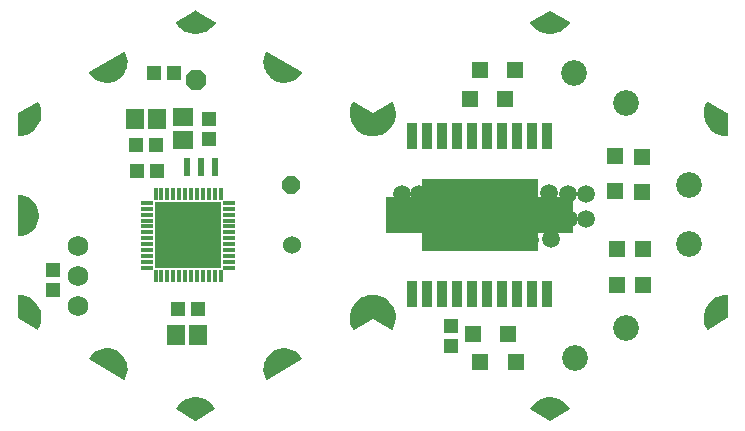
<source format=gbr>
G04 EAGLE Gerber RS-274X export*
G75*
%MOMM*%
%FSLAX34Y34*%
%LPD*%
%INSoldermask Bottom*%
%IPPOS*%
%AMOC8*
5,1,8,0,0,1.08239X$1,22.5*%
G01*
%ADD10R,0.603200X1.603197*%
%ADD11C,1.203200*%
%ADD12R,0.457200X1.016000*%
%ADD13R,1.016000X0.457200*%
%ADD14R,5.588000X5.588000*%
%ADD15P,1.869504X8X22.500000*%
%ADD16R,1.303200X1.203200*%
%ADD17R,1.703200X1.503200*%
%ADD18R,1.503200X1.703200*%
%ADD19C,1.727200*%
%ADD20R,0.903200X2.203200*%
%ADD21R,9.803200X6.203200*%
%ADD22R,3.253200X3.103200*%
%ADD23R,1.323200X1.443200*%
%ADD24R,1.203200X1.303200*%
%ADD25R,1.443200X1.323200*%
%ADD26C,2.184400*%
%ADD27P,1.649562X8X113.700000*%
%ADD28C,1.524000*%
%ADD29C,1.503200*%

G36*
X298458Y270303D02*
X298458Y270303D01*
X298471Y270302D01*
X301521Y270545D01*
X301554Y270554D01*
X301600Y270558D01*
X304572Y271286D01*
X304603Y271301D01*
X304648Y271312D01*
X304712Y271339D01*
X305888Y271838D01*
X307064Y272337D01*
X307465Y272508D01*
X307493Y272527D01*
X307536Y272545D01*
X310124Y274177D01*
X310149Y274201D01*
X310188Y274225D01*
X312481Y276252D01*
X312502Y276279D01*
X312537Y276310D01*
X314475Y278678D01*
X314491Y278708D01*
X314521Y278744D01*
X316054Y281392D01*
X316065Y281424D01*
X316088Y281464D01*
X316141Y281604D01*
X316142Y281604D01*
X316902Y283601D01*
X317092Y284100D01*
X317177Y284324D01*
X317182Y284357D01*
X317199Y284401D01*
X317815Y287398D01*
X317815Y287432D01*
X317825Y287478D01*
X317951Y290535D01*
X317946Y290569D01*
X317948Y290616D01*
X317583Y293654D01*
X317573Y293686D01*
X317567Y293732D01*
X316719Y296672D01*
X316704Y296702D01*
X316691Y296748D01*
X315383Y299514D01*
X315365Y299536D01*
X315355Y299563D01*
X315306Y299615D01*
X315263Y299673D01*
X315239Y299687D01*
X315219Y299708D01*
X315153Y299737D01*
X315092Y299773D01*
X315063Y299776D01*
X315037Y299788D01*
X314965Y299789D01*
X314894Y299798D01*
X314867Y299790D01*
X314838Y299791D01*
X314744Y299755D01*
X314703Y299744D01*
X314695Y299737D01*
X314682Y299733D01*
X298431Y290376D01*
X282180Y299733D01*
X282153Y299742D01*
X282130Y299758D01*
X282059Y299773D01*
X281992Y299796D01*
X281963Y299793D01*
X281935Y299799D01*
X281865Y299786D01*
X281794Y299780D01*
X281768Y299767D01*
X281740Y299761D01*
X281681Y299721D01*
X281617Y299688D01*
X281599Y299666D01*
X281575Y299650D01*
X281517Y299567D01*
X281491Y299535D01*
X281488Y299524D01*
X281480Y299514D01*
X280172Y296748D01*
X280163Y296715D01*
X280143Y296672D01*
X279295Y293732D01*
X279293Y293698D01*
X279279Y293654D01*
X278914Y290616D01*
X278917Y290582D01*
X278911Y290535D01*
X279038Y287478D01*
X279046Y287445D01*
X279048Y287398D01*
X279663Y284401D01*
X279677Y284370D01*
X279686Y284324D01*
X280774Y281464D01*
X280792Y281436D01*
X280809Y281392D01*
X282342Y278744D01*
X282364Y278718D01*
X282388Y278678D01*
X284326Y276310D01*
X284352Y276288D01*
X284381Y276252D01*
X286674Y274225D01*
X286703Y274209D01*
X286738Y274177D01*
X289326Y272545D01*
X289358Y272533D01*
X289398Y272508D01*
X292214Y271312D01*
X292247Y271305D01*
X292290Y271286D01*
X295262Y270558D01*
X295296Y270556D01*
X295341Y270545D01*
X298392Y270302D01*
X298420Y270306D01*
X298448Y270301D01*
X298458Y270303D01*
G37*
G36*
X314998Y106615D02*
X314998Y106615D01*
X315069Y106620D01*
X315094Y106633D01*
X315123Y106639D01*
X315182Y106679D01*
X315245Y106712D01*
X315264Y106734D01*
X315287Y106750D01*
X315345Y106833D01*
X315372Y106865D01*
X315375Y106876D01*
X315383Y106887D01*
X316691Y109653D01*
X316699Y109686D01*
X316719Y109728D01*
X317567Y112668D01*
X317570Y112702D01*
X317583Y112746D01*
X317948Y115784D01*
X317946Y115818D01*
X317951Y115865D01*
X317825Y118922D01*
X317816Y118955D01*
X317815Y119002D01*
X317199Y121999D01*
X317186Y122030D01*
X317177Y122076D01*
X316088Y124936D01*
X316070Y124965D01*
X316054Y125008D01*
X314521Y127656D01*
X314498Y127682D01*
X314475Y127723D01*
X312537Y130090D01*
X312511Y130112D01*
X312481Y130148D01*
X310188Y132175D01*
X310159Y132192D01*
X310124Y132223D01*
X307536Y133855D01*
X307504Y133867D01*
X307465Y133892D01*
X304648Y135088D01*
X304615Y135095D01*
X304572Y135114D01*
X301600Y135842D01*
X301566Y135844D01*
X301521Y135855D01*
X298471Y136098D01*
X298443Y136094D01*
X298415Y136099D01*
X298405Y136097D01*
X298392Y136098D01*
X295341Y135855D01*
X295309Y135846D01*
X295262Y135842D01*
X292290Y135114D01*
X292260Y135099D01*
X292214Y135088D01*
X292050Y135018D01*
X290874Y134519D01*
X289698Y134020D01*
X289398Y133892D01*
X289370Y133873D01*
X289326Y133855D01*
X286738Y132223D01*
X286714Y132199D01*
X286674Y132175D01*
X284381Y130148D01*
X284361Y130121D01*
X284326Y130090D01*
X282388Y127723D01*
X282372Y127692D01*
X282342Y127656D01*
X280809Y125008D01*
X280798Y124976D01*
X280774Y124936D01*
X279686Y122076D01*
X279680Y122043D01*
X279663Y121999D01*
X279048Y119002D01*
X279048Y118968D01*
X279038Y118922D01*
X278911Y115865D01*
X278916Y115831D01*
X278914Y115784D01*
X279279Y112746D01*
X279290Y112714D01*
X279295Y112668D01*
X280143Y109728D01*
X280159Y109698D01*
X280172Y109653D01*
X281480Y106887D01*
X281497Y106864D01*
X281507Y106837D01*
X281556Y106785D01*
X281599Y106727D01*
X281624Y106713D01*
X281643Y106692D01*
X281709Y106663D01*
X281771Y106627D01*
X281799Y106624D01*
X281826Y106612D01*
X281897Y106611D01*
X281968Y106602D01*
X281996Y106610D01*
X282024Y106610D01*
X282119Y106645D01*
X282160Y106656D01*
X282168Y106663D01*
X282180Y106667D01*
X298431Y116024D01*
X314682Y106667D01*
X314709Y106658D01*
X314733Y106642D01*
X314803Y106627D01*
X314871Y106604D01*
X314899Y106607D01*
X314927Y106601D01*
X314998Y106615D01*
G37*
G36*
X-1541Y185704D02*
X-1541Y185704D01*
X-1528Y185702D01*
X1271Y185934D01*
X1304Y185944D01*
X1352Y185948D01*
X4074Y186637D01*
X4105Y186652D01*
X4152Y186664D01*
X6723Y187792D01*
X6751Y187812D01*
X6795Y187831D01*
X9146Y189367D01*
X9171Y189391D01*
X9211Y189417D01*
X11277Y191319D01*
X11289Y191336D01*
X11302Y191345D01*
X11312Y191361D01*
X11333Y191380D01*
X13057Y193595D01*
X13072Y193626D01*
X13102Y193664D01*
X14439Y196134D01*
X14449Y196167D01*
X14472Y196209D01*
X15383Y198865D01*
X15388Y198899D01*
X15404Y198945D01*
X15866Y201714D01*
X15864Y201749D01*
X15872Y201796D01*
X15872Y204604D01*
X15866Y204638D01*
X15866Y204686D01*
X15404Y207455D01*
X15391Y207488D01*
X15383Y207535D01*
X14472Y210191D01*
X14454Y210221D01*
X14439Y210266D01*
X13102Y212736D01*
X13080Y212762D01*
X13057Y212805D01*
X11333Y215020D01*
X11306Y215043D01*
X11277Y215081D01*
X9211Y216983D01*
X9181Y217001D01*
X9146Y217033D01*
X6795Y218569D01*
X6763Y218582D01*
X6723Y218608D01*
X4152Y219736D01*
X4118Y219743D01*
X4074Y219763D01*
X1352Y220452D01*
X1317Y220454D01*
X1271Y220466D01*
X-1528Y220698D01*
X-1556Y220694D01*
X-1585Y220699D01*
X-1654Y220683D01*
X-1725Y220674D01*
X-1750Y220660D01*
X-1779Y220653D01*
X-1836Y220611D01*
X-1898Y220576D01*
X-1915Y220552D01*
X-1939Y220535D01*
X-1975Y220474D01*
X-2018Y220417D01*
X-2025Y220389D01*
X-2040Y220364D01*
X-2057Y220266D01*
X-2067Y220225D01*
X-2066Y220214D01*
X-2068Y220200D01*
X-2068Y186200D01*
X-2062Y186171D01*
X-2065Y186142D01*
X-2043Y186075D01*
X-2028Y186005D01*
X-2012Y185981D01*
X-2003Y185953D01*
X-1956Y185900D01*
X-1916Y185841D01*
X-1891Y185826D01*
X-1872Y185804D01*
X-1808Y185772D01*
X-1748Y185734D01*
X-1720Y185729D01*
X-1693Y185717D01*
X-1594Y185708D01*
X-1552Y185701D01*
X-1541Y185704D01*
G37*
G36*
X88197Y64314D02*
X88197Y64314D01*
X88268Y64320D01*
X88294Y64333D01*
X88323Y64339D01*
X88382Y64379D01*
X88445Y64411D01*
X88463Y64434D01*
X88487Y64450D01*
X88544Y64532D01*
X88571Y64565D01*
X88575Y64575D01*
X88583Y64587D01*
X89781Y67122D01*
X89790Y67156D01*
X89810Y67199D01*
X90575Y69897D01*
X90578Y69932D01*
X90591Y69978D01*
X90901Y72766D01*
X90899Y72794D01*
X90900Y72805D01*
X90899Y72810D01*
X90904Y72848D01*
X90751Y75648D01*
X90742Y75682D01*
X90740Y75730D01*
X90128Y78467D01*
X90114Y78499D01*
X90104Y78546D01*
X89050Y81145D01*
X89031Y81174D01*
X89013Y81218D01*
X87546Y83609D01*
X87522Y83634D01*
X87497Y83675D01*
X85656Y85791D01*
X85629Y85812D01*
X85597Y85849D01*
X83434Y87633D01*
X83403Y87649D01*
X83366Y87680D01*
X80938Y89084D01*
X80905Y89095D01*
X80864Y89119D01*
X78238Y90104D01*
X78204Y90110D01*
X78159Y90127D01*
X75406Y90666D01*
X75372Y90666D01*
X75325Y90675D01*
X72521Y90754D01*
X72487Y90749D01*
X72439Y90750D01*
X69661Y90367D01*
X69628Y90355D01*
X69580Y90349D01*
X66903Y89513D01*
X66873Y89496D01*
X66827Y89482D01*
X64323Y88218D01*
X64296Y88196D01*
X64253Y88174D01*
X61992Y86515D01*
X61969Y86489D01*
X61930Y86461D01*
X59973Y84452D01*
X59954Y84423D01*
X59921Y84388D01*
X58321Y82085D01*
X58310Y82058D01*
X58291Y82035D01*
X58271Y81967D01*
X58243Y81902D01*
X58242Y81873D01*
X58234Y81845D01*
X58242Y81774D01*
X58241Y81703D01*
X58253Y81676D01*
X58256Y81647D01*
X58291Y81585D01*
X58318Y81520D01*
X58339Y81499D01*
X58353Y81474D01*
X58430Y81411D01*
X58460Y81381D01*
X58471Y81377D01*
X58481Y81368D01*
X87881Y64368D01*
X87909Y64359D01*
X87933Y64342D01*
X88002Y64327D01*
X88070Y64305D01*
X88099Y64307D01*
X88128Y64301D01*
X88197Y64314D01*
G37*
G36*
X75325Y315725D02*
X75325Y315725D01*
X75358Y315733D01*
X75406Y315734D01*
X78159Y316273D01*
X78191Y316287D01*
X78238Y316296D01*
X80864Y317281D01*
X80893Y317299D01*
X80938Y317316D01*
X83366Y318720D01*
X83392Y318743D01*
X83434Y318767D01*
X85597Y320551D01*
X85619Y320578D01*
X85656Y320609D01*
X87497Y322725D01*
X87514Y322755D01*
X87546Y322791D01*
X89013Y325182D01*
X89025Y325214D01*
X89050Y325255D01*
X90104Y327854D01*
X90110Y327888D01*
X90128Y327933D01*
X90740Y330670D01*
X90740Y330705D01*
X90751Y330752D01*
X90904Y333552D01*
X90899Y333586D01*
X90901Y333634D01*
X90591Y336422D01*
X90580Y336455D01*
X90575Y336503D01*
X89810Y339201D01*
X89794Y339231D01*
X89781Y339278D01*
X88583Y341813D01*
X88565Y341837D01*
X88555Y341864D01*
X88506Y341916D01*
X88464Y341973D01*
X88438Y341987D01*
X88418Y342009D01*
X88353Y342037D01*
X88292Y342073D01*
X88263Y342076D01*
X88236Y342088D01*
X88165Y342089D01*
X88095Y342098D01*
X88066Y342090D01*
X88037Y342090D01*
X87944Y342056D01*
X87903Y342044D01*
X87894Y342037D01*
X87881Y342032D01*
X58481Y325032D01*
X58460Y325013D01*
X58433Y325000D01*
X58386Y324947D01*
X58332Y324900D01*
X58320Y324874D01*
X58300Y324852D01*
X58277Y324785D01*
X58247Y324721D01*
X58246Y324692D01*
X58236Y324664D01*
X58241Y324593D01*
X58238Y324522D01*
X58248Y324495D01*
X58250Y324466D01*
X58293Y324376D01*
X58308Y324336D01*
X58315Y324328D01*
X58321Y324315D01*
X59921Y322012D01*
X59946Y321988D01*
X59973Y321948D01*
X61930Y319939D01*
X61959Y319920D01*
X61992Y319885D01*
X64253Y318226D01*
X64285Y318211D01*
X64323Y318182D01*
X66827Y316918D01*
X66860Y316909D01*
X66903Y316887D01*
X69580Y316051D01*
X69615Y316048D01*
X69661Y316033D01*
X72439Y315650D01*
X72473Y315652D01*
X72521Y315646D01*
X75325Y315725D01*
G37*
G36*
X208796Y64310D02*
X208796Y64310D01*
X208825Y64310D01*
X208918Y64344D01*
X208959Y64356D01*
X208968Y64363D01*
X208981Y64368D01*
X238381Y81368D01*
X238403Y81387D01*
X238429Y81400D01*
X238477Y81453D01*
X238530Y81500D01*
X238543Y81526D01*
X238562Y81548D01*
X238585Y81615D01*
X238616Y81679D01*
X238617Y81708D01*
X238626Y81736D01*
X238621Y81807D01*
X238624Y81878D01*
X238614Y81905D01*
X238612Y81934D01*
X238570Y82024D01*
X238555Y82064D01*
X238547Y82072D01*
X238541Y82085D01*
X236942Y84388D01*
X236917Y84412D01*
X236889Y84452D01*
X234932Y86461D01*
X234904Y86480D01*
X234870Y86515D01*
X232609Y88174D01*
X232578Y88189D01*
X232539Y88218D01*
X230036Y89482D01*
X230003Y89491D01*
X229960Y89513D01*
X227282Y90349D01*
X227248Y90352D01*
X227202Y90367D01*
X224424Y90750D01*
X224389Y90748D01*
X224341Y90754D01*
X221538Y90675D01*
X221504Y90667D01*
X221456Y90666D01*
X218704Y90127D01*
X218672Y90113D01*
X218625Y90104D01*
X215999Y89119D01*
X215969Y89101D01*
X215924Y89084D01*
X213496Y87680D01*
X213470Y87657D01*
X213429Y87633D01*
X211265Y85849D01*
X211243Y85822D01*
X211206Y85791D01*
X209366Y83675D01*
X209349Y83645D01*
X209317Y83609D01*
X207850Y81218D01*
X207838Y81186D01*
X207813Y81145D01*
X206759Y78546D01*
X206753Y78512D01*
X206734Y78467D01*
X206123Y75730D01*
X206122Y75695D01*
X206112Y75648D01*
X205959Y72848D01*
X205964Y72814D01*
X205961Y72766D01*
X206272Y69978D01*
X206282Y69945D01*
X206287Y69897D01*
X207052Y67199D01*
X207068Y67169D01*
X207081Y67122D01*
X208280Y64587D01*
X208297Y64563D01*
X208308Y64536D01*
X208356Y64484D01*
X208399Y64427D01*
X208424Y64413D01*
X208444Y64392D01*
X208509Y64363D01*
X208571Y64327D01*
X208600Y64324D01*
X208626Y64312D01*
X208697Y64311D01*
X208768Y64302D01*
X208796Y64310D01*
G37*
G36*
X224376Y315652D02*
X224376Y315652D01*
X224424Y315650D01*
X227202Y316033D01*
X227235Y316045D01*
X227282Y316051D01*
X229960Y316887D01*
X229990Y316904D01*
X230036Y316918D01*
X232539Y318182D01*
X232566Y318204D01*
X232609Y318226D01*
X234870Y319885D01*
X234894Y319911D01*
X234932Y319939D01*
X236889Y321948D01*
X236908Y321977D01*
X236942Y322012D01*
X238541Y324315D01*
X238553Y324342D01*
X238571Y324365D01*
X238592Y324433D01*
X238620Y324498D01*
X238620Y324527D01*
X238628Y324555D01*
X238621Y324626D01*
X238621Y324697D01*
X238610Y324724D01*
X238607Y324753D01*
X238572Y324815D01*
X238544Y324880D01*
X238524Y324901D01*
X238509Y324926D01*
X238433Y324989D01*
X238402Y325019D01*
X238392Y325023D01*
X238381Y325032D01*
X208981Y342032D01*
X208953Y342041D01*
X208930Y342058D01*
X208860Y342073D01*
X208793Y342095D01*
X208764Y342093D01*
X208735Y342099D01*
X208665Y342086D01*
X208594Y342080D01*
X208569Y342067D01*
X208540Y342061D01*
X208481Y342021D01*
X208418Y341989D01*
X208399Y341966D01*
X208375Y341950D01*
X208318Y341868D01*
X208291Y341835D01*
X208288Y341825D01*
X208280Y341813D01*
X207081Y339278D01*
X207073Y339244D01*
X207052Y339201D01*
X206287Y336503D01*
X206285Y336468D01*
X206272Y336422D01*
X205961Y333634D01*
X205964Y333607D01*
X205963Y333602D01*
X205964Y333597D01*
X205959Y333552D01*
X206112Y330752D01*
X206120Y330718D01*
X206123Y330670D01*
X206734Y327933D01*
X206748Y327901D01*
X206759Y327854D01*
X207813Y325255D01*
X207832Y325226D01*
X207850Y325182D01*
X209317Y322791D01*
X209341Y322766D01*
X209366Y322725D01*
X211206Y320609D01*
X211234Y320588D01*
X211265Y320551D01*
X213429Y318767D01*
X213459Y318751D01*
X213496Y318720D01*
X215924Y317316D01*
X215957Y317305D01*
X215999Y317281D01*
X218625Y316296D01*
X218659Y316290D01*
X218704Y316273D01*
X221456Y315734D01*
X221491Y315734D01*
X221538Y315725D01*
X224341Y315646D01*
X224376Y315652D01*
G37*
G36*
X-1560Y270264D02*
X-1560Y270264D01*
X-1547Y270263D01*
X1509Y270510D01*
X1542Y270519D01*
X1589Y270523D01*
X4566Y271256D01*
X4596Y271271D01*
X4642Y271282D01*
X7463Y272484D01*
X7491Y272503D01*
X7534Y272521D01*
X10125Y274160D01*
X10150Y274183D01*
X10190Y274208D01*
X12485Y276241D01*
X12505Y276268D01*
X12540Y276299D01*
X14480Y278674D01*
X14495Y278704D01*
X14525Y278740D01*
X16058Y281396D01*
X16069Y281428D01*
X16093Y281468D01*
X17180Y284335D01*
X17186Y284369D01*
X17202Y284413D01*
X17816Y287417D01*
X17816Y287451D01*
X17825Y287497D01*
X17949Y290560D01*
X17943Y290594D01*
X17946Y290640D01*
X17576Y293684D01*
X17565Y293717D01*
X17560Y293763D01*
X16707Y296708D01*
X16691Y296738D01*
X16678Y296783D01*
X15364Y299553D01*
X15347Y299577D01*
X15336Y299604D01*
X15287Y299656D01*
X15245Y299713D01*
X15220Y299727D01*
X15200Y299748D01*
X15134Y299777D01*
X15073Y299812D01*
X15044Y299816D01*
X15017Y299828D01*
X14946Y299828D01*
X14875Y299837D01*
X14848Y299829D01*
X14819Y299830D01*
X14725Y299795D01*
X14684Y299783D01*
X14676Y299776D01*
X14663Y299771D01*
X-1815Y290232D01*
X-1872Y290181D01*
X-1934Y290136D01*
X-1946Y290116D01*
X-1963Y290100D01*
X-1996Y290031D01*
X-2036Y289965D01*
X-2040Y289939D01*
X-2049Y289921D01*
X-2051Y289876D01*
X-2064Y289801D01*
X-2086Y270761D01*
X-2081Y270733D01*
X-2083Y270704D01*
X-2061Y270636D01*
X-2047Y270566D01*
X-2031Y270542D01*
X-2022Y270515D01*
X-1975Y270461D01*
X-1935Y270402D01*
X-1910Y270387D01*
X-1891Y270365D01*
X-1827Y270333D01*
X-1767Y270295D01*
X-1739Y270290D01*
X-1713Y270277D01*
X-1613Y270269D01*
X-1571Y270262D01*
X-1560Y270264D01*
G37*
G36*
X14978Y106575D02*
X14978Y106575D01*
X15050Y106580D01*
X15075Y106594D01*
X15104Y106599D01*
X15163Y106639D01*
X15226Y106672D01*
X15245Y106694D01*
X15269Y106710D01*
X15326Y106792D01*
X15353Y106825D01*
X15356Y106835D01*
X15364Y106847D01*
X16678Y109617D01*
X16687Y109650D01*
X16707Y109692D01*
X17560Y112637D01*
X17563Y112671D01*
X17576Y112716D01*
X17946Y115760D01*
X17943Y115793D01*
X17949Y115840D01*
X17825Y118904D01*
X17817Y118936D01*
X17816Y118983D01*
X17202Y121988D01*
X17189Y122019D01*
X17180Y122065D01*
X16093Y124932D01*
X16075Y124960D01*
X16058Y125004D01*
X14525Y127660D01*
X14503Y127685D01*
X14480Y127726D01*
X12540Y130101D01*
X12514Y130122D01*
X12485Y130159D01*
X10190Y132192D01*
X10160Y132209D01*
X10125Y132240D01*
X7534Y133879D01*
X7502Y133891D01*
X7463Y133916D01*
X4642Y135118D01*
X4609Y135125D01*
X4566Y135144D01*
X1589Y135877D01*
X1555Y135879D01*
X1509Y135890D01*
X-1547Y136137D01*
X-1576Y136134D01*
X-1604Y136138D01*
X-1674Y136122D01*
X-1744Y136113D01*
X-1770Y136099D01*
X-1798Y136092D01*
X-1855Y136050D01*
X-1917Y136014D01*
X-1934Y135991D01*
X-1958Y135974D01*
X-1994Y135913D01*
X-2037Y135856D01*
X-2044Y135828D01*
X-2059Y135803D01*
X-2075Y135704D01*
X-2086Y135663D01*
X-2084Y135652D01*
X-2086Y135639D01*
X-2064Y116599D01*
X-2048Y116524D01*
X-2040Y116448D01*
X-2028Y116427D01*
X-2024Y116405D01*
X-1980Y116341D01*
X-1943Y116274D01*
X-1923Y116258D01*
X-1911Y116241D01*
X-1873Y116217D01*
X-1815Y116168D01*
X14663Y106629D01*
X14690Y106619D01*
X14714Y106603D01*
X14784Y106588D01*
X14851Y106565D01*
X14880Y106567D01*
X14908Y106561D01*
X14978Y106575D01*
G37*
G36*
X448447Y29511D02*
X448447Y29511D01*
X448524Y29510D01*
X448549Y29519D01*
X448569Y29520D01*
X448609Y29541D01*
X448680Y29567D01*
X465180Y39067D01*
X465202Y39086D01*
X465228Y39099D01*
X465262Y39137D01*
X465265Y39139D01*
X465268Y39143D01*
X465276Y39152D01*
X465329Y39199D01*
X465342Y39225D01*
X465361Y39247D01*
X465385Y39314D01*
X465415Y39378D01*
X465417Y39407D01*
X465426Y39434D01*
X465421Y39506D01*
X465425Y39577D01*
X465415Y39604D01*
X465413Y39633D01*
X465370Y39723D01*
X465355Y39763D01*
X465348Y39771D01*
X465342Y39784D01*
X463600Y42307D01*
X463576Y42331D01*
X463550Y42369D01*
X461426Y44581D01*
X461398Y44600D01*
X461365Y44634D01*
X458914Y46476D01*
X458883Y46490D01*
X458846Y46519D01*
X456131Y47944D01*
X456099Y47953D01*
X456057Y47975D01*
X453149Y48946D01*
X453123Y48949D01*
X453113Y48951D01*
X453071Y48965D01*
X450044Y49457D01*
X450011Y49456D01*
X449964Y49464D01*
X446898Y49464D01*
X446865Y49457D01*
X446818Y49457D01*
X443792Y48965D01*
X443760Y48953D01*
X443714Y48946D01*
X440805Y47975D01*
X440776Y47958D01*
X440731Y47944D01*
X438016Y46519D01*
X437990Y46497D01*
X437948Y46476D01*
X435497Y44634D01*
X435475Y44609D01*
X435437Y44581D01*
X433313Y42369D01*
X433295Y42341D01*
X433262Y42307D01*
X431520Y39784D01*
X431509Y39757D01*
X431491Y39735D01*
X431470Y39666D01*
X431442Y39601D01*
X431442Y39572D01*
X431434Y39544D01*
X431442Y39473D01*
X431442Y39402D01*
X431453Y39375D01*
X431456Y39346D01*
X431491Y39284D01*
X431519Y39219D01*
X431540Y39198D01*
X431554Y39173D01*
X431617Y39121D01*
X431621Y39116D01*
X431630Y39110D01*
X431631Y39110D01*
X431661Y39080D01*
X431672Y39076D01*
X431682Y39067D01*
X448182Y29567D01*
X448255Y29543D01*
X448326Y29512D01*
X448349Y29512D01*
X448371Y29504D01*
X448447Y29511D01*
G37*
G36*
X148447Y29511D02*
X148447Y29511D01*
X148524Y29510D01*
X148549Y29519D01*
X148569Y29520D01*
X148609Y29541D01*
X148680Y29567D01*
X165180Y39067D01*
X165202Y39086D01*
X165228Y39099D01*
X165262Y39137D01*
X165265Y39139D01*
X165268Y39143D01*
X165276Y39152D01*
X165329Y39199D01*
X165342Y39225D01*
X165361Y39247D01*
X165385Y39314D01*
X165415Y39378D01*
X165417Y39407D01*
X165426Y39434D01*
X165421Y39506D01*
X165425Y39577D01*
X165415Y39604D01*
X165413Y39633D01*
X165370Y39723D01*
X165355Y39763D01*
X165348Y39771D01*
X165342Y39784D01*
X163600Y42307D01*
X163576Y42331D01*
X163550Y42369D01*
X161426Y44581D01*
X161398Y44600D01*
X161365Y44634D01*
X158914Y46476D01*
X158883Y46490D01*
X158846Y46519D01*
X156131Y47944D01*
X156099Y47953D01*
X156057Y47975D01*
X153149Y48946D01*
X153123Y48949D01*
X153113Y48951D01*
X153071Y48965D01*
X150044Y49457D01*
X150011Y49456D01*
X149964Y49464D01*
X146898Y49464D01*
X146865Y49457D01*
X146818Y49457D01*
X143792Y48965D01*
X143760Y48953D01*
X143714Y48946D01*
X140805Y47975D01*
X140776Y47958D01*
X140731Y47944D01*
X138016Y46519D01*
X137990Y46497D01*
X137948Y46476D01*
X135497Y44634D01*
X135475Y44609D01*
X135437Y44581D01*
X133313Y42369D01*
X133295Y42341D01*
X133262Y42307D01*
X131520Y39784D01*
X131509Y39757D01*
X131491Y39735D01*
X131470Y39666D01*
X131442Y39601D01*
X131442Y39572D01*
X131434Y39544D01*
X131442Y39473D01*
X131442Y39402D01*
X131453Y39375D01*
X131456Y39346D01*
X131491Y39284D01*
X131519Y39219D01*
X131540Y39198D01*
X131554Y39173D01*
X131617Y39121D01*
X131621Y39116D01*
X131630Y39110D01*
X131631Y39110D01*
X131661Y39080D01*
X131672Y39076D01*
X131682Y39067D01*
X148182Y29567D01*
X148255Y29543D01*
X148326Y29512D01*
X148349Y29512D01*
X148371Y29504D01*
X148447Y29511D01*
G37*
G36*
X149998Y356943D02*
X149998Y356943D01*
X150044Y356943D01*
X153071Y357435D01*
X153103Y357447D01*
X153149Y357454D01*
X156057Y358425D01*
X156087Y358442D01*
X156131Y358456D01*
X158846Y359881D01*
X158873Y359903D01*
X158914Y359924D01*
X161365Y361766D01*
X161388Y361791D01*
X161426Y361819D01*
X163550Y364031D01*
X163568Y364059D01*
X163600Y364093D01*
X165342Y366616D01*
X165354Y366643D01*
X165372Y366665D01*
X165392Y366734D01*
X165420Y366799D01*
X165420Y366828D01*
X165429Y366856D01*
X165421Y366927D01*
X165421Y366998D01*
X165410Y367025D01*
X165406Y367054D01*
X165371Y367116D01*
X165344Y367181D01*
X165323Y367202D01*
X165309Y367227D01*
X165232Y367290D01*
X165201Y367320D01*
X165191Y367324D01*
X165180Y367333D01*
X148680Y376833D01*
X148608Y376857D01*
X148537Y376888D01*
X148514Y376888D01*
X148492Y376896D01*
X148415Y376890D01*
X148338Y376891D01*
X148314Y376881D01*
X148294Y376880D01*
X148254Y376859D01*
X148182Y376833D01*
X131682Y367333D01*
X131661Y367314D01*
X131634Y367301D01*
X131587Y367248D01*
X131533Y367201D01*
X131521Y367175D01*
X131501Y367154D01*
X131478Y367086D01*
X131447Y367022D01*
X131446Y366993D01*
X131436Y366966D01*
X131441Y366894D01*
X131438Y366823D01*
X131448Y366796D01*
X131450Y366767D01*
X131492Y366677D01*
X131507Y366637D01*
X131515Y366629D01*
X131520Y366616D01*
X133262Y364093D01*
X133287Y364069D01*
X133313Y364031D01*
X135437Y361819D01*
X135465Y361800D01*
X135497Y361766D01*
X137948Y359924D01*
X137979Y359910D01*
X138016Y359881D01*
X140731Y358456D01*
X140764Y358447D01*
X140805Y358425D01*
X143714Y357454D01*
X143747Y357450D01*
X143792Y357435D01*
X146818Y356943D01*
X146852Y356944D01*
X146898Y356936D01*
X149964Y356936D01*
X149998Y356943D01*
G37*
G36*
X449998Y356943D02*
X449998Y356943D01*
X450044Y356943D01*
X453071Y357435D01*
X453103Y357447D01*
X453149Y357454D01*
X456057Y358425D01*
X456087Y358442D01*
X456131Y358456D01*
X458846Y359881D01*
X458873Y359903D01*
X458914Y359924D01*
X461365Y361766D01*
X461388Y361791D01*
X461426Y361819D01*
X463550Y364031D01*
X463568Y364059D01*
X463600Y364093D01*
X465342Y366616D01*
X465354Y366643D01*
X465372Y366665D01*
X465392Y366734D01*
X465420Y366799D01*
X465420Y366828D01*
X465429Y366856D01*
X465421Y366927D01*
X465421Y366998D01*
X465410Y367025D01*
X465406Y367054D01*
X465371Y367116D01*
X465344Y367181D01*
X465323Y367202D01*
X465309Y367227D01*
X465232Y367290D01*
X465201Y367320D01*
X465191Y367324D01*
X465180Y367333D01*
X448680Y376833D01*
X448608Y376857D01*
X448537Y376888D01*
X448514Y376888D01*
X448492Y376896D01*
X448415Y376890D01*
X448338Y376891D01*
X448314Y376881D01*
X448294Y376880D01*
X448254Y376859D01*
X448182Y376833D01*
X431682Y367333D01*
X431661Y367314D01*
X431634Y367301D01*
X431587Y367248D01*
X431533Y367201D01*
X431521Y367175D01*
X431501Y367154D01*
X431478Y367086D01*
X431447Y367022D01*
X431446Y366993D01*
X431436Y366966D01*
X431441Y366894D01*
X431438Y366823D01*
X431448Y366796D01*
X431450Y366767D01*
X431492Y366677D01*
X431507Y366637D01*
X431515Y366629D01*
X431520Y366616D01*
X433262Y364093D01*
X433287Y364069D01*
X433313Y364031D01*
X435437Y361819D01*
X435465Y361800D01*
X435497Y361766D01*
X437948Y359924D01*
X437979Y359910D01*
X438016Y359881D01*
X440731Y358456D01*
X440764Y358447D01*
X440805Y358425D01*
X443714Y357454D01*
X443747Y357450D01*
X443792Y357435D01*
X446818Y356943D01*
X446852Y356944D01*
X446898Y356936D01*
X449964Y356936D01*
X449998Y356943D01*
G37*
G36*
X598518Y270318D02*
X598518Y270318D01*
X598589Y270326D01*
X598614Y270341D01*
X598641Y270347D01*
X598699Y270390D01*
X598761Y270426D01*
X598779Y270448D01*
X598801Y270465D01*
X598838Y270527D01*
X598881Y270584D01*
X598888Y270612D01*
X598903Y270636D01*
X598920Y270736D01*
X598930Y270777D01*
X598928Y270787D01*
X598931Y270800D01*
X598931Y289800D01*
X598915Y289876D01*
X598906Y289954D01*
X598895Y289973D01*
X598891Y289995D01*
X598847Y290059D01*
X598809Y290127D01*
X598790Y290143D01*
X598778Y290159D01*
X598741Y290183D01*
X598680Y290233D01*
X582180Y299733D01*
X582153Y299742D01*
X582130Y299758D01*
X582059Y299773D01*
X581992Y299796D01*
X581963Y299793D01*
X581935Y299799D01*
X581865Y299786D01*
X581794Y299780D01*
X581768Y299767D01*
X581740Y299761D01*
X581681Y299721D01*
X581617Y299688D01*
X581599Y299666D01*
X581575Y299650D01*
X581517Y299567D01*
X581491Y299535D01*
X581488Y299524D01*
X581480Y299514D01*
X580172Y296748D01*
X580163Y296715D01*
X580143Y296672D01*
X579295Y293732D01*
X579293Y293698D01*
X579279Y293654D01*
X578914Y290616D01*
X578917Y290582D01*
X578911Y290535D01*
X579038Y287478D01*
X579046Y287445D01*
X579048Y287398D01*
X579663Y284401D01*
X579677Y284370D01*
X579686Y284324D01*
X580774Y281464D01*
X580792Y281436D01*
X580809Y281392D01*
X582342Y278744D01*
X582364Y278718D01*
X582388Y278678D01*
X584326Y276310D01*
X584352Y276288D01*
X584381Y276252D01*
X586674Y274225D01*
X586703Y274209D01*
X586738Y274177D01*
X589326Y272545D01*
X589358Y272533D01*
X589398Y272508D01*
X592214Y271312D01*
X592247Y271305D01*
X592290Y271286D01*
X595262Y270558D01*
X595296Y270556D01*
X595341Y270545D01*
X598392Y270302D01*
X598420Y270306D01*
X598448Y270301D01*
X598518Y270318D01*
G37*
G36*
X581996Y106610D02*
X581996Y106610D01*
X582024Y106610D01*
X582119Y106645D01*
X582160Y106656D01*
X582168Y106663D01*
X582180Y106667D01*
X598680Y116167D01*
X598739Y116219D01*
X598801Y116265D01*
X598813Y116284D01*
X598829Y116299D01*
X598863Y116369D01*
X598903Y116436D01*
X598907Y116461D01*
X598915Y116478D01*
X598917Y116523D01*
X598931Y116600D01*
X598931Y135600D01*
X598925Y135628D01*
X598927Y135656D01*
X598905Y135724D01*
X598891Y135795D01*
X598875Y135818D01*
X598866Y135845D01*
X598819Y135900D01*
X598778Y135959D01*
X598755Y135974D01*
X598736Y135996D01*
X598671Y136027D01*
X598611Y136066D01*
X598583Y136071D01*
X598557Y136083D01*
X598456Y136092D01*
X598415Y136099D01*
X598405Y136097D01*
X598392Y136098D01*
X595341Y135855D01*
X595309Y135846D01*
X595262Y135842D01*
X592290Y135114D01*
X592260Y135099D01*
X592214Y135088D01*
X592050Y135018D01*
X590874Y134519D01*
X589698Y134020D01*
X589398Y133892D01*
X589370Y133873D01*
X589326Y133855D01*
X586738Y132223D01*
X586714Y132199D01*
X586674Y132175D01*
X584381Y130148D01*
X584361Y130121D01*
X584326Y130090D01*
X582388Y127723D01*
X582372Y127692D01*
X582342Y127656D01*
X580809Y125008D01*
X580798Y124976D01*
X580774Y124936D01*
X579686Y122076D01*
X579680Y122043D01*
X579663Y121999D01*
X579048Y119002D01*
X579048Y118968D01*
X579038Y118922D01*
X578911Y115865D01*
X578916Y115831D01*
X578914Y115784D01*
X579279Y112746D01*
X579290Y112714D01*
X579295Y112668D01*
X580143Y109728D01*
X580159Y109698D01*
X580172Y109653D01*
X581480Y106887D01*
X581497Y106864D01*
X581507Y106837D01*
X581556Y106785D01*
X581599Y106727D01*
X581624Y106713D01*
X581643Y106692D01*
X581709Y106663D01*
X581771Y106627D01*
X581799Y106624D01*
X581826Y106612D01*
X581897Y106611D01*
X581968Y106602D01*
X581996Y106610D01*
G37*
D10*
X165194Y244475D03*
X153194Y244475D03*
X141194Y244475D03*
D11*
X148431Y368400D03*
X299151Y280720D03*
X299151Y125680D03*
X148431Y38000D03*
X76931Y327100D03*
X219931Y327100D03*
X219931Y79300D03*
X76931Y79300D03*
X448431Y368400D03*
X591531Y285800D03*
X591531Y120600D03*
X448431Y38000D03*
X5364Y285800D03*
X5364Y120600D03*
X5331Y203200D03*
D12*
X114574Y221075D03*
X119575Y221075D03*
X124577Y221075D03*
X129578Y221075D03*
X134579Y221075D03*
X139580Y221075D03*
X144582Y221075D03*
X149583Y221075D03*
X154584Y221075D03*
X159585Y221075D03*
X164587Y221075D03*
X169588Y221075D03*
D13*
X176625Y214038D03*
X176625Y209037D03*
X176625Y204035D03*
X176625Y199034D03*
X176625Y194033D03*
X176625Y189032D03*
X176625Y184030D03*
X176625Y179029D03*
X176625Y174028D03*
X176625Y169027D03*
X176625Y164025D03*
X176625Y159024D03*
D12*
X169588Y151987D03*
X164587Y151987D03*
X159585Y151987D03*
X154584Y151987D03*
X149583Y151987D03*
X144582Y151987D03*
X139580Y151987D03*
X134579Y151987D03*
X129578Y151987D03*
X124577Y151987D03*
X119575Y151987D03*
X114574Y151987D03*
D13*
X107537Y159024D03*
X107537Y164025D03*
X107537Y169027D03*
X107537Y174028D03*
X107537Y179029D03*
X107537Y184030D03*
X107537Y189032D03*
X107537Y194033D03*
X107537Y199034D03*
X107537Y204035D03*
X107537Y209037D03*
X107537Y214038D03*
D14*
X142081Y186531D03*
D15*
X148431Y318294D03*
D16*
X27781Y139931D03*
X27781Y156931D03*
X159544Y267725D03*
X159544Y284725D03*
X129944Y323850D03*
X112944Y323850D03*
X97863Y262731D03*
X114863Y262731D03*
X98656Y241300D03*
X115656Y241300D03*
X133581Y123825D03*
X150581Y123825D03*
D17*
X138113Y286519D03*
X138113Y267519D03*
D18*
X96863Y284956D03*
X115863Y284956D03*
X131788Y102394D03*
X150788Y102394D03*
D19*
X49213Y177800D03*
X49213Y152400D03*
X49213Y127000D03*
D20*
X446088Y136994D03*
X433388Y136994D03*
X420688Y136994D03*
X407988Y136994D03*
X395288Y136994D03*
X382588Y136994D03*
X369888Y136994D03*
X357188Y136994D03*
X344488Y136994D03*
X331788Y136994D03*
X331788Y270994D03*
X344488Y270994D03*
X357188Y270994D03*
X369888Y270994D03*
X382588Y270994D03*
X395288Y270994D03*
X407988Y270994D03*
X420688Y270994D03*
X433388Y270994D03*
X446088Y270994D03*
D21*
X388938Y203994D03*
D22*
X451938Y203994D03*
X325938Y203994D03*
D23*
X505619Y174544D03*
X505619Y144544D03*
D24*
X364331Y110005D03*
X364331Y93005D03*
D23*
X503238Y223919D03*
X503238Y253919D03*
X526256Y223125D03*
X526256Y253125D03*
X527050Y174544D03*
X527050Y144544D03*
D25*
X419556Y79280D03*
X389556Y79280D03*
X410825Y301720D03*
X380825Y301720D03*
X419276Y326485D03*
X389276Y326485D03*
X413206Y103188D03*
X383206Y103188D03*
D26*
X469532Y83033D03*
X513130Y108102D03*
X512801Y298825D03*
X469290Y324047D03*
D27*
X228862Y229388D03*
D28*
X229926Y178599D03*
D26*
X565944Y178848D03*
X565944Y229140D03*
D29*
X431006Y221456D03*
X415131Y221456D03*
X399256Y221456D03*
X383381Y221456D03*
X367506Y221456D03*
X352425Y221456D03*
X431800Y200819D03*
X415925Y200819D03*
X400050Y200819D03*
X384175Y200819D03*
X368300Y200819D03*
X353219Y200819D03*
X431800Y182563D03*
X415925Y182563D03*
X400050Y182563D03*
X384175Y182563D03*
X368300Y182563D03*
X353219Y182563D03*
X323056Y200819D03*
X323056Y221456D03*
X479425Y200025D03*
X447675Y222250D03*
X448469Y200819D03*
X449263Y183356D03*
X337344Y221456D03*
X338138Y200819D03*
X463550Y221456D03*
X464344Y200025D03*
X478631Y221456D03*
M02*

</source>
